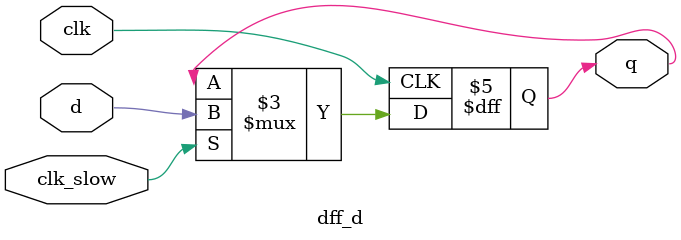
<source format=sv>
module dff_d(
    input logic d, clk, clk_slow,
    output logic q
);

always_ff @(posedge clk) begin
    if (clk_slow == 1'b1) begin
        q <= d;
    end
end
 
endmodule
</source>
